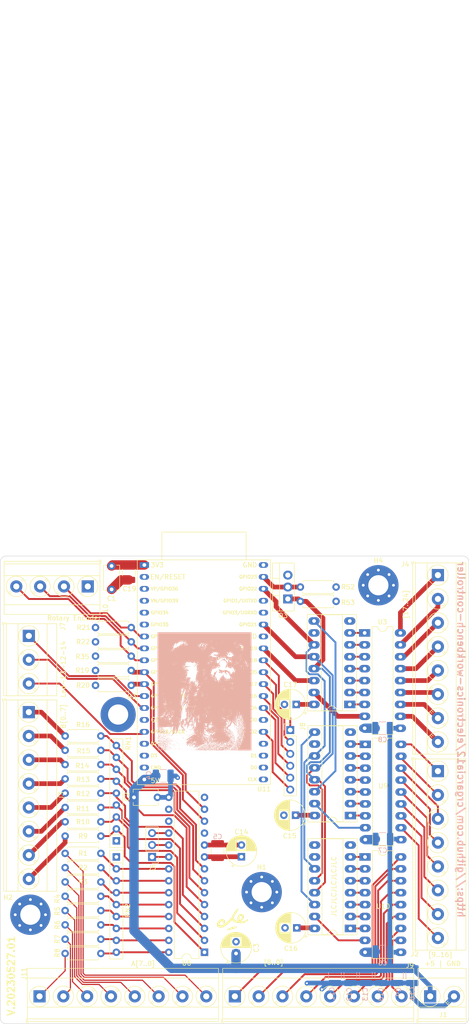
<source format=kicad_pcb>
(kicad_pcb (version 20221018) (generator pcbnew)
  (title_block (title "Workbench controller") (date "2023-05-27") (rev "V.20230527.01"))
  (layers (0 "F.Cu" signal) (1 "In1.Cu" signal) (2 "In2.Cu" signal) (31 "B.Cu" signal) (34 "B.Paste" user) (35 "F.Paste" user) (36 "B.SilkS" user "B.Silkscreen") (37 "F.SilkS" user "F.Silkscreen") (38 "B.Mask" user) (39 "F.Mask" user) (44 "Edge.Cuts" user))
  (net 0 "")
  (net 1 "+3.3V")
  (net 2 "GND")
  (net 5 "Net-(J2-Pin_1)")
  (net 6 "Net-(J2-Pin_2)")
  (net 7 "Net-(J2-Pin_3)")
  (net 8 "Net-(J2-Pin_4)")
  (net 9 "Net-(J2-Pin_5)")
  (net 10 "Net-(J2-Pin_6)")
  (net 11 "Net-(J2-Pin_7)")
  (net 12 "Net-(J2-Pin_8)")
  (net 13 "Net-(J4-Pin_1)")
  (net 14 "Net-(J4-Pin_2)")
  (net 15 "Net-(J4-Pin_3)")
  (net 16 "Net-(J4-Pin_4)")
  (net 17 "Net-(J4-Pin_5)")
  (net 18 "Net-(J4-Pin_6)")
  (net 19 "Net-(J4-Pin_7)")
  (net 20 "Net-(J4-Pin_8)")
  (net 21 "+5V")
  (net 22 "Net-(U2-QH')")
  (net 23 "Net-(J9-Pin_1)")
  (net 24 "Net-(J9-Pin_2)")
  (net 25 "Net-(J9-Pin_3)")
  (net 26 "Net-(J9-Pin_4)")
  (net 27 "Net-(J9-Pin_5)")
  (net 28 "Net-(J9-Pin_6)")
  (net 29 "Net-(J9-Pin_7)")
  (net 30 "Net-(J9-Pin_8)")
  (net 31 "/Chan2")
  (net 32 "/Chan3")
  (net 33 "/Chan4")
  (net 34 "/Chan5")
  (net 35 "/Chan6")
  (net 36 "/Chan7")
  (net 37 "/Chan8")
  (net 38 "/Chan1")
  (net 39 "/Chan18")
  (net 40 "/Chan20")
  (net 41 "/Chan21")
  (net 42 "/Chan22")
  (net 43 "/Chan23")
  (net 44 "/Chan24")
  (net 46 "Net-(U4-SER)")
  (net 47 "/Chan17")
  (net 48 "/Chan10")
  (net 49 "/Chan11")
  (net 50 "/Chan12")
  (net 51 "/Chan13")
  (net 52 "/Chan14")
  (net 53 "/Chan15")
  (net 54 "/Chan16")
  (net 55 "/Chan9")
  (net 56 "Net-(J10-Pin_3)")
  (net 57 "/Chan19")
  (net 58 "Net-(J11-Pin_1)")
  (net 59 "Net-(J11-Pin_3)")
  (net 60 "Net-(J11-Pin_4)")
  (net 61 "Net-(J11-Pin_5)")
  (net 62 "Net-(J11-Pin_6)")
  (net 63 "Net-(J11-Pin_7)")
  (net 64 "Net-(J11-Pin_8)")
  (net 65 "Net-(Q3-D)")
  (net 66 "Net-(Q3-G)")
  (net 67 "Net-(RN2-R1)")
  (net 68 "Net-(U11-GPIO19)")
  (net 81 "Net-(J11-Pin_2)")
  (net 82 "Net-(RN2-R6)")
  (net 83 "Net-(RN2-R7)")
  (net 84 "Net-(RN2-R8)")
  (net 85 "Net-(RN1-R1)")
  (net 86 "Net-(RN1-R2)")
  (net 87 "Net-(RN1-R3)")
  (net 88 "Net-(RN1-R4)")
  (net 89 "Net-(RN1-R5)")
  (net 90 "Net-(RN2-R2)")
  (net 91 "Net-(RN2-R3)")
  (net 92 "Net-(RN2-R4)")
  (net 93 "Net-(RN2-R5)")
  (net 94 "Net-(RN1-R8)")
  (net 95 "Net-(RN1-R7)")
  (net 96 "Net-(RN1-R6)")
  (net 97 "Net-(J3-Pin_8)")
  (net 98 "Net-(J3-Pin_7)")
  (net 99 "Net-(J3-Pin_6)")
  (net 100 "Net-(J3-Pin_5)")
  (net 101 "Net-(J3-Pin_4)")
  (net 102 "Net-(J3-Pin_3)")
  (net 103 "Net-(J3-Pin_2)")
  (net 104 "Net-(J3-Pin_1)")
  (net 105 "Net-(J5-Pin_1)")
  (net 106 "Net-(J5-Pin_2)")
  (net 107 "Net-(J5-Pin_3)")
  (net 108 "Net-(U11-DAC_2{slash}ADC2_CH9{slash}GPIO26)")
  (net 109 "Net-(U11-ADC2_CH7{slash}GPIO27)")
  (net 110 "Net-(J10-Pin_2)")
  (net 111 "Net-(J8-Pin_1)")
  (net 112 "Net-(J8-Pin_2)")
  (net 113 "Net-(J8-Pin_3)")
  (net 114 "Net-(J8-Pin_4)")
  (net 115 "Net-(J8-Pin_5)")
  (net 116 "Net-(J8-Pin_6)")
  (net 122 "Net-(U11-GPIO22)")
  (net 123 "Net-(U11-GPIO21)")
  (net 124 "Net-(J10-Pin_4)")
  (net 125 "Net-(J7-Pin_3)")
  (net 126 "Net-(J7-Pin_2)")
  (net 127 "Net-(J7-Pin_1)")
  (footprint "Resistor_THT:R_Axial_DIN0207_L6.3mm_D2.5mm_P7.62mm_Horizontal" (layer "F.Cu") (at 165.989 54.737 180)
    (fp_text reference "R53")
    (fp_text value "10k")
  )
  (footprint "Resistor_THT:R_Axial_DIN0207_L6.3mm_D2.5mm_P7.62mm_Horizontal" (layer "F.Cu") (at 115.824 108.458 180)
    (fp_text reference "R1")
    (fp_text value "R")
  )
  (footprint "Resistor_THT:R_Axial_DIN0207_L6.3mm_D2.5mm_P7.62mm_Horizontal" (layer "F.Cu") (at 158.369 51.689)
    (fp_text reference "R52")
    (fp_text value "10k")
  )
  (footprint "Resistor_THT:R_Axial_DIN0207_L6.3mm_D2.5mm_P7.62mm_Horizontal" (layer "F.Cu") (at 114.681 69.469)
    (fp_text reference "R19")
    (fp_text value "10kΩ")
  )
  (footprint "Package_DIP:DIP-18_W7.62mm_LongPads" (layer "F.Cu") (at 172.159 109.22)
    (fp_text reference "U10")
    (fp_text value "ULN2803A")
  )
  (footprint "Resistor_THT:R_Axial_DIN0207_L6.3mm_D2.5mm_P7.62mm_Horizontal" (layer "F.Cu") (at 115.824 111.506 180)
    (fp_text reference "R2")
    (fp_text value "R")
  )
  (footprint "Resistor_THT:R_Axial_DIN0207_L6.3mm_D2.5mm_P7.62mm_Horizontal" (layer "F.Cu") (at 114.681 72.644)
    (fp_text reference "R20")
    (fp_text value "10kΩ")
  )
  (footprint "Package_DIP:DIP-16_W7.62mm_Socket_LongPads" (layer "F.Cu") (at 169.037 124.46 180)
    (fp_text reference "U4" hide)
    (fp_text value "74HC595" hide)
  )
  (footprint "Capacitor_SMD:C_1210_3225Metric_Pad1.33x2.70mm_HandSolder" (layer "F.Cu") (at 140.716 107.8615 90)
    (fp_text reference "C5")
    (fp_text value "C")
  )
  (footprint "Capacitor_THT:CP_Radial_D6.3mm_P2.50mm" (layer "F.Cu") (at 157.607 124.333 180)
    (fp_text reference "C16")
    (fp_text value "10uF")
  )
  (footprint "Package_DIP:DIP-16_W7.62mm_Socket_LongPads" (layer "F.Cu") (at 168.91 76.708 180)
    (fp_text reference "U2" hide)
    (fp_text value "74HC595" hide)
  )
  (footprint "Package_DIP:DIP-28_W7.62mm" (layer "F.Cu") (at 137.922 129.54 180)
    (fp_text reference "U6")
    (fp_text value "MCP23017_SP")
  )
  (footprint "TerminalBlock_Phoenix:TerminalBlock_Phoenix_MKDS-3-8-5.08_1x08_P5.08mm_Horizontal" (layer "F.Cu") (at 187.706 90.932 -90)
    (fp_text reference "J2")
    (fp_text value "[9..16]")
  )
  (footprint "TerminalBlock_Phoenix:TerminalBlock_Phoenix_MKDS-3-8-5.08_1x08_P5.08mm_Horizontal" (layer "F.Cu") (at 100.457 78.359 -90)
    (fp_text reference "J3")
    (fp_text value "B[0..7]")
  )
  (footprint "MountingHole:MountingHole_4.3mm_M4_Pad_Via" (layer "F.Cu") (at 175.006 51.308)
    (fp_text reference "H4")
    (fp_text value "MountingHole")
  )
  (footprint "Connector_PinHeader_2.54mm:PinHeader_1x03_P2.54mm_Vertical" (layer "F.Cu") (at 126.746 109.22 180)
    (fp_text reference "J5")
    (fp_text value "Conn_01x03_Socket")
  )
  (footprint "Capacitor_THT:CP_Radial_D6.3mm_P2.50mm" (layer "F.Cu") (at 157.48 76.708 180)
    (fp_text reference "C17")
    (fp_text value "10uF")
  )
  (footprint "Esp:ESP32-DevKitC" (layer "F.Cu") (at 125.095 46.99)
    (fp_text reference "U11")
    (fp_text value "ESP32-DevKitC")
  )
  (footprint "MountingHole:MountingHole_4.3mm_M4_Pad_Via" (layer "F.Cu") (at 100.788 121.539)
    (fp_text reference "H2")
    (fp_text value "MountingHole")
  )
  (footprint "Resistor_THT:R_Axial_DIN0207_L6.3mm_D2.5mm_P7.62mm_Horizontal" (layer "F.Cu") (at 115.824 123.698 180)
    (fp_text reference "R6")
    (fp_text value "R")
  )
  (footprint "MountingHole:MountingHole_4.3mm_M4_DIN965_Pad" (layer "F.Cu") (at 119.507 78.867)
    (fp_text reference "H3")
    (fp_text value "MountingHole")
  )
  (footprint "Capacitor_THT:C_Disc_D5.1mm_W3.2mm_P5.00mm" (layer "F.Cu") (at 122.889 96.52)
    (fp_text reference "C2")
    (fp_text value "C")
  )
  (footprint "TerminalBlock_Phoenix:TerminalBlock_Phoenix_MKDS-3-8-5.08_1x08_P5.08mm_Horizontal" (layer "F.Cu") (at 187.706 49.149 -90)
    (fp_text reference "J4")
    (fp_text value "[17..24]")
  )
  (footprint "Resistor_THT:R_Axial_DIN0207_L6.3mm_D2.5mm_P7.62mm_Horizontal" (layer "F.Cu") (at 115.824 104.775 180)
    (fp_text reference "R9")
    (fp_text value "R")
  )
  (footprint "Resistor_THT:R_Axial_DIN0207_L6.3mm_D2.5mm_P7.62mm_Horizontal" (layer "F.Cu") (at 115.824 92.583 180)
    (fp_text reference "R13")
    (fp_text value "R")
  )
  (footprint "Capacitor_SMD:C_1210_3225Metric_Pad1.33x2.70mm_HandSolder" (layer "F.Cu") (at 121.793 48.6025 -90)
    (fp_text reference "C19")
    (fp_text value "C")
  )
  (footprint "Resistor_THT:R_Axial_DIN0207_L6.3mm_D2.5mm_P7.62mm_Horizontal" (layer "F.Cu") (at 115.824 114.554 180)
    (fp_text reference "R3")
    (fp_text value "R")
  )
  (footprint "Resistor_THT:R_Axial_DIN0207_L6.3mm_D2.5mm_P7.62mm_Horizontal" (layer "F.Cu") (at 114.681 63.373)
    (fp_text reference "R22")
    (fp_text value "10k")
  )
  (footprint "Capacitor_THT:CP_Radial_D6.3mm_P2.50mm" (layer "F.Cu") (at 145.796 109.18 90)
    (fp_text reference "C14")
    (fp_text value "10uF")
  )
  (footprint "Resistor_THT:R_Axial_DIN0207_L6.3mm_D2.5mm_P7.62mm_Horizontal" (layer "F.Cu") (at 115.824 95.631 180)
    (fp_text reference "R12")
    (fp_text value "R")
  )
  (footprint "Package_DIP:DIP-16_W7.62mm_Socket_LongPads" (layer "F.Cu") (at 169.037 100.394 180)
    (fp_text reference "U7" hide)
    (fp_text value "74HC595" hide)
  )
  (footprint "Resistor_THT:R_Axial_DIN0207_L6.3mm_D2.5mm_P7.62mm_Horizontal" (layer "F.Cu") (at 115.824 126.746 180)
    (fp_text reference "R7")
    (fp_text value "R")
  )
  (footprint "Package_TO_SOT_THT:TO-220-3_Vertical" (layer "F.Cu") (at 155.702 54.229 90)
    (fp_text reference "Q3")
    (fp_text value "IRL520")
  )
  (footprint "TerminalBlock_Phoenix:TerminalBlock_Phoenix_MKDS-3-8-5.08_1x08_P5.08mm_Horizontal" (layer "F.Cu") (at 144.399 138.938)
    (fp_text reference "J9")
    (fp_text value "[8..0]")
  )
  (footprint "Package_DIP:DIP-18_W7.62mm_LongPads" (layer "F.Cu") (at 172.085 61.468)
    (fp_text reference "U3")
    (fp_text value "ULN2803A")
  )
  (footprint "Resistor_THT:R_Axial_DIN0207_L6.3mm_D2.5mm_P7.62mm_Horizontal" (layer "F.Cu") (at 115.824 83.439 180)
    (fp_text reference "R16")
    (fp_text value "R")
  )
  (footprint "icons:che" (layer "F.Cu") (at 143.891 122.555)
    (fp_text reference "G***" hide)
    (fp_text value "LOGO" hide)
  )
  (footprint "Resistor_THT:R_Axial_DIN0207_L6.3mm_D2.5mm_P7.62mm_Horizontal" (layer "F.Cu") (at 115.824 98.679 180)
    (fp_text reference "R11")
    (fp_text value "R")
  )
  (footprint "TerminalBlock_Phoenix:TerminalBlock_Phoenix_MKDS-3-8-5.08_1x08_P5.08mm_Horizontal" (layer "F.Cu") (at 102.743 138.938)
    (fp_text reference "J11")
    (fp_text value "A[7..0]")
  )
  (footprint "MountingHole:MountingHole_4.3mm_M4_Pad_Via" (layer "F.Cu") (at 150.1196 116.7186)
    (fp_text reference "H1")
    (fp_text value "MountingHole")
  )
  (footprint "Resistor_THT:R_Axial_DIN0207_L6.3mm_D2.5mm_P7.62mm_Horizontal" (layer "F.Cu") (at 114.681 66.421)
    (fp_text reference "R35")
    (fp_text value "10k")
  )
  (footprint "TerminalBlock_Phoenix:TerminalBlock_Phoenix_MKDS-3-3-5.08_1x03_P5.08mm_Horizontal" (layer "F.Cu") (at 100.457 62.103 -90)
    (fp_text reference "J7")
    (fp_text value "Led-13-12-14")
  )
  (footprint "Resistor_THT:R_Axial_DIN0207_L6.3mm_D2.5mm_P7.62mm_Horizontal" (layer "F.Cu") (at 115.824 117.602 180)
    (fp_text reference "R4")
    (fp_text value "R")
  )
  (footprint "Capacitor_THT:CP_Radial_D6.3mm_P2.50mm" (layer "F.Cu") (at 144.653 129.794 90)
    (fp_text reference "C3")
    (fp_text value "10uF")
  )
  (footprint "Resistor_THT:R_Axial_DIN0207_L6.3mm_D2.5mm_P7.62mm_Horizontal" (layer "F.Cu") (at 114.681 60.325)
    (fp_text reference "R21")
    (fp_text value "10k")
  )
  (footprint "Package_DIP:DIP-18_W7.62mm_LongPads" (layer "F.Cu") (at 172.212 85.217)
    (fp_text reference "U9")
    (fp_text value "ULN2803A")
  )
  (footprint "Capacitor_THT:C_Disc_D5.1mm_W3.2mm_P5.00mm" (layer "F.Cu") (at 118.11 47.197 -90)
    (fp_text reference "C1")
    (fp_text value "C")
  )
  (footprint "Resistor_THT:R_Axial_DIN0207_L6.3mm_D2.5mm_P7.62mm_Horizontal" (layer "F.Cu") (at 115.824 101.727 180)
    (fp_text reference "R10")
    (fp_text value "R")
  )
  (footprint "Resistor_THT:R_Axial_DIN0207_L6.3mm_D2.5mm_P7.62mm_Horizontal" (layer "F.Cu") (at 115.824 120.65 180)
    (fp_text reference "R5")
    (fp_text value "R")
  )
  (footprint "TerminalBlock_Phoenix:TerminalBlock_Phoenix_MKDS-3-4-5.08_1x04_P5.08mm_Horizontal" (layer "F.Cu") (at 113.03 51.562 180)
    (fp_text reference "J10")
    (fp_text value "Rotary Encoder")
  )
  (footprint "Resistor_THT:R_Axial_DIN0207_L6.3mm_D2.5mm_P7.62mm_Horizontal" (layer "F.Cu") (at 115.824 86.487 180)
    (fp_text reference "R15")
    (fp_text value "R")
  )
  (footprint "Resistor_THT:R_Axial_DIN0207_L6.3mm_D2.5mm_P7.62mm_Horizontal" (layer "F.Cu") (at 115.824 89.535 180)
    (fp_text reference "R14")
    (fp_text value "R")
  )
  (footprint "TerminalBlock_Phoenix:TerminalBlock_Phoenix_MKDS-3-2-5.08_1x02_P5.08mm_Horizontal" (layer "F.Cu") (at 186.055 138.938)
    (fp_text reference "J1")
    (fp_text value "+5 | GND")
  )
  (footprint "Connector_PinHeader_2.54mm:PinHeader_1x06_P2.54mm_Vertical" (layer "F.Cu") (at 156.21 82.169)
    (fp_text reference "J8")
    (fp_text value "Conn_01x06_Socket")
  )
  (footprint "Resistor_THT:R_Array_SIP9" (layer "F.Cu") (at 119.126 105.791 90)
    (fp_text reference "RN1")
    (fp_text value "R_Network08")
  )
  (footprint "Resistor_THT:R_Array_SIP9" (layer "F.Cu") (at 119.126 109.22 -90)
    (fp_text reference "RN2")
    (fp_text value "R_Network08")
  )
  (footprint "Resistor_THT:R_Axial_DIN0207_L6.3mm_D2.5mm_P7.62mm_Horizontal" (layer "F.Cu") (at 115.824 129.794 180)
    (fp_text reference "R8")
    (fp_text value "R" hide)
  )
  (footprint "Capacitor_THT:CP_Radial_D6.3mm_P2.50mm" (layer "F.Cu") (at 157.353 100.33 180)
    (fp_text reference "C15")
    (fp_text value "10uF")
  )
  (footprint "Capacitor_SMD:C_1210_3225Metric_Pad1.33x2.70mm_HandSolder" (layer "B.Cu") (at 175.641 134.5315 -90)
    (fp_text reference "C18")
    (fp_text value "C")
  )
  (footprint "Capacitor_SMD:C_1210_3225Metric_Pad1.33x2.70mm_HandSolder" (layer "B.Cu") (at 172.339 134.5315 -90)
    (fp_text reference "C13")
    (fp_text value "C")
  )
  (footprint "Capacitor_SMD:C_1210_3225Metric_Pad1.33x2.70mm_HandSolder" (layer "B.Cu") (at 129.1205 91.948)
    (fp_text reference "C4")
    (fp_text value "C")
  )
  (footprint "Capacitor_SMD:C_1210_3225Metric_Pad1.33x2.70mm_HandSolder" (layer "B.Cu") (at 165.735 134.5315 -90)
    (fp_text reference "C11")
    (fp_text value "C")
  )
  (footprint "Capacitor_SMD:C_1210_3225Metric_Pad1.33x2.70mm_HandSolder" (layer "B.Cu") (at 169.037 134.5315 -90)
    (fp_text reference "C12")
    (fp_text value "C")
  )
  (footprint "Capacitor_SMD:C_1210_3225Metric_Pad1.33x2.70mm_HandSolder" (layer "B.Cu") (at 182.245 134.5315 -90)
    (fp_text reference "C10")
    (fp_text value "C")
  )
  (footprint "icons:depsi" (layer "B.Cu") (at 137.922 73.914 180)
    (fp_text reference "G***")
    (fp_text value "LOGO" hide)
  )
  (footprint "Capacitor_SMD:C_1210_3225Metric_Pad1.33x2.70mm_HandSolder" (layer "B.Cu") (at 178.943 134.5315 -90)
    (fp_text reference "C9")
    (fp_text value "C")
  )
  (footprint "Capacitor_SMD:C_1210_3225Metric_Pad1.33x2.70mm_HandSolder" (layer "B.Cu") (at 175.895 81.788)
    (fp_text reference "C8")
    (fp_text value "C")
  )
  (footprint "Capacitor_SMD:C_1210_3225Metric_Pad1.33x2.70mm_HandSolder" (layer "B.Cu") (at 175.9335 129.413)
    (fp_text reference "C6")
    (fp_text value "C")
  )
  (footprint "Capacitor_SMD:C_1210_3225Metric_Pad1.33x2.70mm_HandSolder" (layer "B.Cu") (at 175.9335 105.41)
    (fp_text reference "C7")
    (fp_text value "C")
  )
  (gr_line (start 95.631 144.78) (end 193.04 144.78) (stroke (width 0.1)) (layer "Edge.Cuts"))
  (gr_line (start 194.056 44.958) (end 194.056 44.958) (stroke (width 0.1)) (layer "Edge.Cuts"))
  (gr_arc (start 193.04 45.085) (mid 193.938026 45.456974) (end 194.31 46.355) (stroke (width 0.1)) (layer "Edge.Cuts"))
  (gr_line (start 194.31 143.51) (end 194.31 46.355) (stroke (width 0.1)) (layer "Edge.Cuts"))
  (gr_arc (start 194.31 143.51) (mid 193.938026 144.408026) (end 193.04 144.78) (stroke (width 0.1)) (layer "Edge.Cuts"))
  (gr_line (start 94.361 46.355) (end 94.361 143.51) (stroke (width 0.1)) (layer "Edge.Cuts"))
  (gr_arc (start 94.361 46.355) (mid 94.732974 45.456974) (end 95.631 45.085) (stroke (width 0.1)) (layer "Edge.Cuts"))
  (gr_arc (start 95.631 144.78) (mid 94.732974 144.408026) (end 94.361 143.51) (stroke (width 0.1)) (layer "Edge.Cuts"))
  (gr_line (start 95.631 45.085) (end 193.04 45.085) (stroke (width 0.1)) (layer "Edge.Cuts"))
  (gr_text "https://github.com/crgarcia12/electronics-workbench-controller" (at 191.77 122.301 -90) (layer "B.SilkS") (effects (font (size 1.5 1.5) (thickness 0.3) bold) (justify left bottom mirror)))
  (gr_text locked "V.20230527.01" (at 97.5868 143.256 90) (layer "F.SilkS") (effects (font (size 1.5 1.5) (thickness 0.3) bold) (justify left bottom)))
  (gr_text "JLCJLCJLCJLCJLC" (at 166.116 122.047 90) (layer "F.SilkS") (effects (font (size 1 1)) (justify left bottom)))
  (segment (start 161.353 100.33) (end 161.417 100.394) (width 1) (layer "F.Cu") (net 1))
  (segment (start 161.29 124.333) (end 161.417 124.46) (width 1) (layer "F.Cu") (net 1))
  (segment (start 137.962 109.18) (end 137.922 109.22) (width 1) (layer "F.Cu") (net 1))
  (segment (start 125.095 46.99) (end 118.317 46.99) (width 2) (layer "F.Cu") (net 1))
  (segment (start 157.48 76.708) (end 161.29 76.708) (width 1) (layer "F.Cu") (net 1))
  (segment (start 145.796 109.18) (end 137.962 109.18) (width 1) (layer "F.Cu") (net 1))
  (segment (start 157.607 124.333) (end 161.29 124.333) (width 1) (layer "F.Cu") (net 1))
  (segment (start 157.48 100.33) (end 161.353 100.33) (width 1) (layer "F.Cu") (net 1))
  (segment (start 118.317 46.99) (end 118.11 47.197) (width 2) (layer "F.Cu") (net 1))
  (segment (start 118.11 52.197) (end 120.142 50.165) (width 2) (layer "F.Cu") (net 2))
  (segment (start 120.142 50.165) (end 121.793 50.165) (width 2) (layer "F.Cu") (net 2))
  (segment (start 145.796 106.68) (end 137.922 106.68) (width 1) (layer "F.Cu") (net 2))
  (via (at 162.941 137.414) (size 0.8) (drill 0.4) (layers "F.Cu" "B.Cu") (net 2))
  (via (at 159.766 136.144) (size 0.8) (drill 0.4) (layers "F.Cu" "B.Cu") (net 2))
  (via (at 132.207 92.329) (size 0.8) (drill 0.4) (layers "F.Cu" "B.Cu") (net 2))
  (segment (start 182.245 139.128) (end 184.055 140.938) (width 1) (layer "B.Cu") (net 2))
  (segment (start 159.816 136.094) (end 159.766 136.144) (width 1) (layer "B.Cu") (net 2))
  (segment (start 165.735 136.094) (end 164.261 136.094) (width 1) (layer "B.Cu") (net 2))
  (segment (start 130.683 96.139) (end 130.302 96.52) (width 1) (layer "B.Cu") (net 2))
  (segment (start 127.889 96.52) (end 130.302 96.52) (width 1) (layer "B.Cu") (net 2))
  (segment (start 184.055 140.938) (end 189.135 140.938) (width 1) (layer "B.Cu") (net 2))
  (segment (start 174.244 129.54) (end 174.371 129.413) (width 2) (layer "B.Cu") (net 2))
  (segment (start 165.735 136.094) (end 159.816 136.094) (width 1) (layer "B.Cu") (net 2))
  (segment (start 172.159 129.54) (end 174.244 129.54) (width 2) (layer "B.Cu") (net 2))
  (segment (start 172.212 105.537) (end 174.244 105.537) (width 2) (layer "B.Cu") (net 2))
  (segment (start 182.245 136.094) (end 182.245 139.128) (width 1) (layer "B.Cu") (net 2))
  (segment (start 172.085 81.788) (end 174.332 81.788) (width 2) (layer "B.Cu") (net 2))
  (segment (start 130.683 91.948) (end 131.826 91.948) (width 1) (layer "B.Cu") (net 2))
  (segment (start 164.261 136.094) (end 162.941 137.414) (width 1) (layer "B.Cu") (net 2))
  (segment (start 174.244 105.537) (end 174.371 105.41) (width 2) (layer "B.Cu") (net 2))
  (segment (start 131.826 91.948) (end 132.207 92.329) (width 1) (layer "B.Cu") (net 2))
  (segment (start 130.683 91.948) (end 130.683 96.139) (width 1) (layer "B.Cu") (net 2))
  (segment (start 189.135 140.938) (end 191.135 138.938) (width 1) (layer "B.Cu") (net 2))
  (segment (start 174.332 81.788) (end 174.3325 81.788) (width 0.25) (layer "B.Cu") (net 2))
  (segment (start 182.245 136.094) (end 165.735 136.094) (width 1) (layer "B.Cu") (net 2))
  (segment (start 179.832 85.217) (end 181.991 85.217) (width 0.4) (layer "F.Cu") (net 5))
  (segment (start 181.991 85.217) (end 187.706 90.932) (width 0.4) (layer "F.Cu") (net 5))
  (segment (start 179.832 87.757) (end 179.832 88.138) (width 0.4) (layer "F.Cu") (net 6))
  (segment (start 179.832 88.138) (end 187.706 96.012) (width 0.4) (layer "F.Cu") (net 6))
  (segment (start 179.832 90.542164) (end 187.706 98.416164) (width 0.4) (layer "F.Cu") (net 7))
  (segment (start 187.706 98.416164) (end 187.706 101.092) (width 0.4) (layer "F.Cu") (net 7))
  (segment (start 179.832 90.297) (end 179.832 90.542164) (width 0.4) (layer "F.Cu") (net 7))
  (segment (start 179.832 92.837) (end 186.006 99.011) (width 0.4) (layer "F.Cu") (net 8))
  (segment (start 186.006 99.011) (end 186.006 104.472) (width 0.4) (layer "F.Cu") (net 8))
  (segment (start 186.006 104.472) (end 187.706 106.172) (width 0.4) (layer "F.Cu") (net 8))
  (segment (start 185.406 100.951) (end 185.406 108.952) (width 0.4) (layer "F.Cu") (net 9))
  (segment (start 185.406 108.952) (end 187.706 111.252) (width 0.4) (layer "F.Cu") (net 9))
  (segment (start 179.832 95.377) (end 185.406 100.951) (width 0.4) (layer "F.Cu") (net 9))
  (segment (start 179.832 97.917) (end 184.806 102.891) (width 0.4) (layer "F.Cu") (net 10))
  (segment (start 184.806 102.891) (end 184.806 113.432) (width 0.4) (layer "F.Cu") (net 10))
  (segment (start 184.806 113.432) (end 187.706 116.332) (width 0.4) (layer "F.Cu") (net 10))
  (segment (start 184.206 104.831) (end 184.206 117.912) (width 0.4) (layer "F.Cu") (net 11))
  (segment (start 184.206 117.912) (end 187.706 121.412) (width 0.4) (layer "F.Cu") (net 11))
  (segment (start 179.832 100.457) (end 184.206 104.831) (width 0.4) (layer "F.Cu") (net 11))
  (segment (start 179.832 102.997) (end 183.606 106.771) (width 0.4) (layer "F.Cu") (net 12))
  (segment (start 183.606 122.392) (end 187.706 126.492) (width 0.4) (layer "F.Cu") (net 12))
  (segment (start 183.606 106.771) (end 183.606 122.392) (width 0.4) (layer "F.Cu") (net 12))
  (segment (start 179.705 61.468) (end 179.705 57.15) (width 1) (layer "F.Cu") (net 13))
  (segment (start 179.705 57.15) (end 187.706 49.149) (width 1) (layer "F.Cu") (net 13))
  (segment (start 179.705 64.008) (end 187.706 56.007) (width 1) (layer "F.Cu") (net 14))
  (segment (start 187.706 56.007) (end 187.706 54.229) (width 1) (layer "F.Cu") (net 14))
  (segment (start 180.467 66.548) (end 187.706 59.309) (width 1) (layer "F.Cu") (net 15))
  (segment (start 179.705 66.548) (end 180.467 66.548) (width 1) (layer "F.Cu") (net 15))
  (segment (start 179.705 69.088) (end 183.007 69.088) (width 1) (layer "F.Cu") (net 16))
  (segment (start 183.007 69.088) (end 187.706 64.389) (width 1) (layer "F.Cu") (net 16))
  (segment (start 179.705 71.628) (end 185.547 71.628) (width 1) (layer "F.Cu") (net 17))
  (segment (start 185.547 71.628) (end 187.706 69.469) (width 1) (layer "F.Cu") (net 17))
  (segment (start 179.705 74.168) (end 187.325 74.168) (width 1) (layer "F.Cu") (net 18))
  (segment (start 187.325 74.168) (end 187.706 74.549) (width 1) (layer "F.Cu") (net 18))
  (segment (start 184.785 76.708) (end 187.706 79.629) (width 1) (layer "F.Cu") (net 19))
  (segment (start 179.705 76.708) (end 184.785 76.708) (width 1) (layer "F.Cu") (net 19))
  (segment (start 182.245 79.248) (end 187.706 84.709) (width 1) (layer "F.Cu") (net 20))
  (segment (start 179.705 79.248) (end 182.245 79.248) (width 1) (layer "F.Cu") (net 20))
  (segment (start 179.705 105.41) (end 179.832 105.537) (width 1) (layer "B.Cu") (net 21))
  (segment (start 177.496 132.919) (end 177.546 132.969) (width 1) (layer "B.Cu") (net 21))
  (segment (start 122.889 94.916) (end 122.889 96.52) (width 2) (layer "B.Cu") (net 21))
  (segment (start 165.735 132.969) (end 144.653 132.969) (width 2) (layer "B.Cu") (net 21))
  (segment (start 177.4575 129.3745) (end 177.4575 81.788) (width 1) (layer "B.Cu") (net 21))
  (segment (start 122.889 124.955428) (end 130.902572 132.969) (width 2) (layer "B.Cu") (net 21))
  (segment (start 177.496 129.413) (end 177.4575 129.3745) (width 1) (layer "B.Cu") (net 21))
  (segment (start 182.245 132.969) (end 177.546 132.969) (width 2) (layer "B.Cu") (net 21))
  (segment (start 182.245 132.969) (end 186.055 136.779) (width 1) (layer "B.Cu") (net 21))
  (segment (start 126.796 92.71) (end 127.558 91.948) (width 2) (layer "B.Cu") (net 21))
  (segment (start 177.623 129.54) (end 177.496 129.413) (width 0.25) (layer "B.Cu") (net 21))
  (segment (start 177.496 105.41) (end 179.705 105.41) (width 1) (layer "B.Cu") (net 21))
  (segment (start 177.496 129.413) (end 177.496 132.919) (width 1) (layer "B.Cu") (net 21))
  (segment (start 177.4575 81.788) (end 179.705 81.788) (width 1) (layer "B.Cu") (net 21))
  (segment (start 186.055 136.779) (end 186.055 138.938) (width 1) (layer "B.Cu") (net 21))
  (segment (start 144.653 132.969) (end 130.902572 132.969) (width 2) (layer "B.Cu") (net 21))
  (segment (start 122.889 101.981) (end 122.889 124.955428) (width 2) (layer "B.Cu") (net 21))
  (segment (start 125.095 92.71) (end 126.796 92.71) (width 2) (layer "B.Cu") (net 21))
  (segment (start 122.889 96.52) (end 122.889 101.981) (width 2) (layer "B.Cu") (net 21))
  (segment (start 125.095 92.71) (end 122.889 94.916) (width 2) (layer "B.Cu") (net 21))
  (segment (start 144.653 129.794) (end 144.653 132.969) (width 2) (layer "B.Cu") (net 21))
  (segment (start 177.546 132.969) (end 165.735 132.969) (width 2) (layer "B.Cu") (net 21))
  (segment (start 177.623 129.54) (end 179.779 129.54) (width 1) (layer "B.Cu") (net 21))
  (segment (start 165.862 63.5) (end 165.862 90.869) (width 0.4) (layer "B.Cu") (net 22))
  (segment (start 161.29 58.928) (end 165.862 63.5) (width 0.4) (layer "B.Cu") (net 22))
  (segment (start 165.862 90.869) (end 161.417 95.314) (width 0.4) (layer "B.Cu") (net 22))
  (segment (start 172.926 133.017) (end 150.32 133.017) (width 0.4) (layer "F.Cu") (net 23))
  (segment (start 173.759 115.24) (end 173.759 132.184) (width 0.4) (layer "F.Cu") (net 23))
  (segment (start 150.32 133.017) (end 144.399 138.938) (width 0.4) (layer "F.Cu") (net 23))
  (segment (start 173.759 132.184) (end 172.926 133.017) (width 0.4) (layer "F.Cu") (net 23))
  (segment (start 179.779 109.22) (end 173.759 115.24) (width 0.4) (layer "F.Cu") (net 23))
  (segment (start 174.359 115.488528) (end 178.087528 111.76) (width 0.4) (layer "F.Cu") (net 24))
  (segment (start 174.359 133.108) (end 173.85 133.617) (width 0.4) (layer "F.Cu") (net 24))
  (segment (start 154.8 133.617) (end 149.479 138.938) (width 0.4) (layer "F.Cu") (net 24))
  (segment (start 174.359 130.285584) (end 174.359 133.108) (width 0.4) (layer "F.Cu") (net 24))
  (segment (start 178.087528 111.76) (end 179.779 111.76) (width 0.4) (layer "F.Cu") (net 24))
  (segment (start 174.359 130.285584) (end 174.359 115.488528) (width 0.4) (layer "F.Cu") (net 24))
  (segment (start 173.85 133.617) (end 154.8 133.617) (width 0.4) (layer "F.Cu") (net 24))
  (segment (start 159.28 134.217) (end 154.559 138.938) (width 0.4) (layer "F.Cu") (net 25))
  (segment (start 174.959 133.778) (end 174.52 134.217) (width 0.4) (layer "F.Cu") (net 25))
  (segment (start 174.52 134.217) (end 159.28 134.217) (width 0.4) (layer "F.Cu") (net 25))
  (segment (start 177.038 114.3) (end 179.779 114.3) (width 0.4) (layer "F.Cu") (net 25))
  (segment (start 174.959 130.534112) (end 174.959 116.379) (width 0.4) (layer "F.Cu") (net 25))
  (segment (start 174.959 116.379) (end 177.038 114.3) (width 0.4) (layer "F.Cu") (net 25))
  (segment (start 174.959 130.534112) (end 174.959 133.778) (width 0.4) (layer "F.Cu") (net 25))
  (segment (start 175.230472 134.817) (end 163.76 134.817) (width 0.4) (layer "F.Cu") (net 26))
  (segment (start 177.419 116.84) (end 175.559 118.7) (width 0.4) (layer "F.Cu") (net 26))
  (segment (start 175.559 134.488472) (end 175.230472 134.817) (width 0.4) (layer "F.Cu") (net 26))
  (segment (start 175.559 118.7) (end 175.559 134.488472) (width 0.4) (layer "F.Cu") (net 26))
  (segment (start 163.76 134.817) (end 159.639 138.938) (width 0.4) (layer "F.Cu") (net 26))
  (segment (start 179.779 116.84) (end 177.419 116.84) (width 0.4) (layer "F.Cu") (net 26))
  (segment (start 168.24 135.417) (end 164.719 138.938) (width 0.4) (layer "F.Cu") (net 27))
  (segment (start 178.064 119.38) (end 176.159 121.285) (width 0.4) (layer "F.Cu") (net 27))
  (segment (start 176.159 134.737) (end 175.479 135.417) (width 0.4) (layer "F.Cu") (net 27))
  (segment (start 175.479 135.417) (end 168.24 135.417) (width 0.4) (layer "F.Cu") (net 27))
  (segment (start 179.779 119.38) (end 178.064 119.38) (width 0.4) (layer "F.Cu") (net 27))
  (segment (start 176.159 121.285) (end 176.159 134.737) (width 0.4) (layer "F.Cu") (net 27))
  (segment (start 176.099 136.017) (end 176.759 135.357) (width 0.4) (layer "F.Cu") (net 28))
  (segment (start 169.799 138.938) (end 172.72 136.017) (width 0.4) (layer "F.Cu") (net 28))
  (segment (start 176.759 135.357) (end 176.759 123.469) (width 0.4) (layer "F.Cu") (net 28))
  (segment (start 176.759 123.469) (end 178.308 121.92) (width 0.4) (layer "F.Cu") (net 28))
  (segment (start 172.72 136.017) (end 176.099 136.017) (width 0.4) (layer "F.Cu") (net 28))
  (segment (start 178.308 121.92) (end 179.779 121.92) (width 0.4) (layer "F.Cu") (net 28))
  (segment (start 179.779 124.46) (end 177.359 126.88) (width 0.4) (layer "F.Cu") (net 29))
  (segment (start 177.359 136.458) (end 174.879 138.938) (width 0.4) (layer "F.Cu") (net 29))
  (segment (start 177.359 126.88) (end 177.359 136.458) (width 0.4) (layer "F.Cu") (net 29))
  (segment (start 179.779 127) (end 178.179 127) (width 0.4) (layer "F.Cu") (net 30))
  (segment (start 177.959 127.22) (end 177.959 136.938) (width 0.4) (layer "F.Cu") (net 30))
  (segment (start 178.179 127) (end 177.959 127.22) (width 0.4) (layer "F.Cu") (net 30))
  (segment (start 177.959 136.938) (end 179.959 138.938) (width 0.4) (layer "F.Cu") (net 30))
  (segment (start 168.91 76.708) (end 172.085 76.708) (width 0.4) (layer "F.Cu") (net 31))
  (segment (start 168.91 74.168) (end 172.085 74.168) (width 0.4) (layer "F.Cu") (net 32))
  (segment (start 168.91 71.628) (end 172.085 71.628) (width 0.4) (layer "F.Cu") (net 33))
  (segment (start 168.91 69.088) (end 172.085 69.088) (width 0.4) (layer "F.Cu") (net 34))
  (segment (start 168.91 66.548) (end 172.085 66.548) (width 0.4) (layer "F.Cu") (net 35))
  (segment (start 168.91 64.008) (end 172.085 64.008) (width 0.4) (layer "F.Cu") (net 36))
  (segment (start 168.91 61.468) (end 172.085 61.468) (width 0.4) (layer "F.Cu") (net 37))
  (segment (start 166.37 79.248) (end 161.29 74.168) (width 1) (layer "F.Cu") (net 38))
  (segment (start 172.085 79.248) (end 166.37 79.248) (width 1) (layer "F.Cu") (net 38))
  (segment (start 169.037 124.46) (end 172.159 124.46) (width 0.4) (layer "F.Cu") (net 39))
  (segment (start 169.037 119.38) (end 172.159 119.38) (width 0.4) (layer "F.Cu") (net 40))
  (segment (start 169.037 116.84) (end 172.159 116.84) (width 0.4) (layer "F.Cu") (net 41))
  (segment (start 169.037 114.3) (end 172.159 114.3) (width 0.4) (layer "F.Cu") (net 42))
  (segment (start 169.037 111.76) (end 172.159 111.76) (width 0.4) (layer "F.Cu") (net 43))
  (segment (start 169.037 109.22) (end 172.159 109.22) (width 0.4) (layer "F.Cu") (net 44))
  (segment (start 158.617 116.58) (end 161.417 119.38) (width 0.4) (layer "B.Cu") (net 46))
  (segment (start 158.617 85.414) (end 158.617 116.58) (width 0.4) (layer "B.Cu") (net 46))
  (segment (start 161.417 82.614) (end 158.617 85.414) (width 0.4) (layer "B.Cu") (net 46))
  (segment (start 172.159 127) (end 166.497 127) (width 0.4) (layer "F.Cu") (net 47))
  (segment (start 166.497 127) (end 161.417 121.92) (width 0.4) (layer "F.Cu") (net 47))
  (segment (start 169.037 100.394) (end 172.149 100.394) (width 0.4) (layer "F.Cu") (net 48))
  (segment (start 172.149 100.394) (end 172.212 100.457) (width 0.4) (layer "F.Cu") (net 48))
  (segment (start 169.037 97.854) (end 172.149 97.854) (width 0.4) (layer "F.Cu") (net 49))
  (segment (start 172.149 97.854) (end 172.212 97.917) (width 0.4) (layer "F.Cu") (net 49))
  (segment (start 172.149 95.314) (end 172.212 95.377) (width 0.4) (layer "F.Cu") (net 50))
  (segment (start 169.037 95.314) (end 172.149 95.314) (width 0.4) (layer "F.Cu") (net 50))
  (segment (start 172.149 92.774) (end 172.212 92.837) (width 0.4) (layer "F.Cu") (net 51))
  (segment (start 169.037 92.774) (end 172.149 92.774) (width 0.4) (layer "F.Cu") (net 51))
  (segment (start 172.149 90.234) (end 172.212 90.297) (width 0.4) (layer "F.Cu") (net 52))
  (segment (start 169.037 90.234) (end 172.149 90.234) (width 0.4) (layer "F.Cu") (net 52))
  (segment (start 169.037 87.694) (end 172.149 87.694) (width 0.4) (layer "F.Cu") (net 53))
  (segment (start 172.149 87.694) (end 172.212 87.757) (width 0.4) (layer "F.Cu") (net 53))
  (segment (start 172.149 85.154) (end 172.212 85.217) (width 0.4) (layer "F.Cu") (net 54))
  (segment (start 169.037 85.154) (end 172.149 85.154) (width 0.4) (layer "F.Cu") (net 54))
  (segment (start 161.417 97.854) (end 166.56 102.997) (width 0.4) (layer "B.Cu") (net 55))
  (segment (start 166.56 102.997) (end 172.212 102.997) (width 0.4) (layer "B.Cu") (net 55))
  (segment (start 123.698 64.77) (end 122.301 63.373) (width 0.4) (layer "F.Cu") (net 56))
  (segment (start 102.87 51.562) (end 104.945264 53.637264) (width 0.4) (layer "F.Cu") (net 56))
  (segment (start 104.945264 53.637264) (end 109.176736 53.637264) (width 0.4) (layer "F.Cu") (net 56))
  (segment (start 113.416472 57.877) (end 116.805 57.877) (width 0.4) (layer "F.Cu") (net 56))
  (segment (start 125.095 64.77) (end 123.698 64.77) (width 0.4) (layer "F.Cu") (net 56))
  (segment (start 116.805 57.877) (end 122.301 63.373) (width 0.4) (layer "F.Cu") (net 56))
  (segment (start 109.176736 53.637264) (end 113.416472 57.877) (width 0.4) (layer "F.Cu") (net 56))
  (segment (start 169.037 121.92) (end 172.159 121.92) (width 0.4) (layer "F.Cu") (net 57))
  (segment (start 108.204 129.794) (end 108.204 133.477) (width 0.25) (layer "F.Cu") (net 58))
  (segment (start 108.204 133.477) (end 102.743 138.938) (width 0.25) (layer "F.Cu") (net 58))
  (segment (start 109.779 135.814) (end 112.903 138.938) (width 0.25) (layer "F.Cu") (net 59))
  (segment (start 108.204 123.698) (end 109.779 125.273) (width 0.25) (layer "F.Cu") (net 59))
  (segment (start 109.779 125.273) (end 109.779 135.814) (width 0.25) (layer "F.Cu") (net 59))
  (segment (start 111.887 136.398) (end 110.236 134.747) (width 0.25) (layer "F.Cu") (net 60))
  (segment (start 115.443 136.398) (end 111.887 136.398) (width 0.25) (layer "F.Cu") (net 60))
  (segment (start 110.236 134.747) (end 110.236 122.682) (width 0.25) (layer "F.Cu") (net 60))
  (segment (start 110.236 122.682) (end 108.204 120.65) (width 0.25) (layer "F.Cu") (net 60))
  (segment (start 117.983 138.938) (end 115.443 136.398) (width 0.25) (layer "F.Cu") (net 60))
  (segment (start 112.073396 135.948) (end 120.073 135.948) (width 0.25) (layer "F.Cu") (net 61))
  (segment (start 108.204 117.602) (end 110.686 120.084) (width 0.25) (layer "F.Cu") (net 61))
  (segment (start 120.073 135.948) (end 123.063 138.938) (width 0.25) (layer "F.Cu") (net 61))
  (segment (start 110.686 120.084) (end 110.686 134.560604) (width 0.25) (layer "F.Cu") (net 61))
  (segment (start 110.686 134.560604) (end 112.073396 135.948) (width 0.25) (layer "F.Cu") (net 61))
  (segment (start 111.136 117.486) (end 108.204 114.554) (width 0.25) (layer "F.Cu") (net 62))
  (segment (start 128.143 138.938) (end 124.703 135.498) (width 0.25) (layer "F.Cu") (net 62))
  (segment (start 124.703 135.498) (end 112.259792 135.498) (width 0.25) (layer "F.Cu") (net 62))
  (segment (start 111.136 134.374208) (end 111.136 117.486) (width 0.25) (layer "F.Cu") (net 62))
  (segment (start 112.259792 135.498) (end 111.136 134.374208) (width 0.25) (layer "F.Cu") (net 62))
  (segment (start 112.270094 134.871906) (end 129.156906 134.871906) (width 0.25) (layer "F.Cu") (net 63))
  (segment (start 111.586 114.888) (end 111.586 134.187812) (width 0.25) (layer "F.Cu") (net 63))
  (segment (start 111.586 134.187812) (end 112.270094 134.871906) (width 0.25) (layer "F.Cu") (net 63))
  (segment (start 129.156906 134.871906) (end 133.223 138.938) (width 0.25) (layer "F.Cu") (net 63))
  (segment (start 108.204 111.506) (end 111.586 114.888) (width 0.25) (layer "F.Cu") (net 63))
  (segment (start 112.036 112.29) (end 112.036 134.001416) (width 0.25) (layer "F.Cu") (net 64))
  (segment (start 112.036 134.001416) (end 112.45649 134.421906) (width 0.25) (layer "F.Cu") (net 64))
  (segment (start 133.786906 134.421906) (end 138.303 138.938) (width 0.25) (layer "F.Cu") (net 64))
  (segment (start 108.204 108.458) (end 112.036 112.29) (width 0.25) (layer "F.Cu") (net 64))
  (segment (start 112.45649 134.421906) (end 133.786906 134.421906) (width 0.25) (layer "F.Cu") (net 64))
  (segment (start 163.617 94.174) (end 163.617 114.64) (width 0.4) (layer "F.Cu") (net 65))
  (segment (start 159.62737 54.737) (end 163.19 58.29963) (width 1) (layer "F.Cu") (net 65))
  (segment (start 163.19 58.29963) (end 163.19 67.188) (width 1) (layer "F.Cu") (net 65))
  (segment (start 158.496 54.737) (end 159.62737 54.737) (width 1) (layer "F.Cu") (net 65))
  (segment (start 155.702 54.229) (end 157.988 54.229) (width 1) (layer "F.Cu") (net 65))
  (segment (start 157.988 54.229) (end 158.496 54.737) (width 1) (layer "F.Cu") (net 65))
  (segment (start 155.702 54.229) (end 157.861 54.229) (width 1) (layer "F.Cu") (net 65))
  (segment (start 161.417 92.774) (end 162.217 92.774) (width 0.4) (layer "F.Cu") (net 65))
  (segment (start 159.62737 54.737) (end 158.369 54.737) (width 1) (layer "F.Cu") (net 65))
  (segment (start 157.861 54.229) (end 158.369 54.737) (width 1) (layer "F.Cu") (net 65))
  (segment (start 162.217 92.774) (end 163.617 94.174) (width 0.4) (layer "F.Cu") (net 65))
  (segment (start 163.617 114.64) (end 161.417 116.84) (width 0.4) (layer "F.Cu") (net 65))
  (segment (start 163.19 67.188) (end 161.29 69.088) (width 1) (layer "F.Cu") (net 65))
  (segment (start 159.817 89.736944) (end 159.817 91.174) (width 0.4) (layer "B.Cu") (net 65))
  (segment (start 162.575472 89.027) (end 160.526944 89.027) (width 0.4) (layer "B.Cu") (net 65))
  (segment (start 161.29 69.088) (end 162.981472 69.088) (width 0.4) (layer "B.Cu") (net 65))
  (segment (start 159.817 91.174) (end 161.417 92.774) (width 0.4) (layer "B.Cu") (net 65))
  (segment (start 160.526944 89.027) (end 159.817 89.736944) (width 0.4) (layer "B.Cu") (net 65))
  (segment (start 164.662 70.768528) (end 164.662 86.940472) (width 0.4) (layer "B.Cu") (net 65))
  (segment (start 164.662 86.940472) (end 162.575472 89.027) (width 0.4) (layer "B.Cu") (net 65))
  (segment (start 162.981472 69.088) (end 164.662 70.768528) (width 0.4) (layer "B.Cu") (net 65))
  (segment (start 150.495 49.53) (end 152.654 51.689) (width 1) (layer "F.Cu") (net 66))
  (segment (start 152.654 51.689) (end 158.369 51.689) (width 1) (layer "F.Cu") (net 66))
  (segment (start 119.126 111.76) (end 130.302 111.76) (width 0.4) (layer "F.Cu") (net 67))
  (segment (start 115.824 108.458) (end 119.126 111.76) (width 0.4) (layer "F.Cu") (net 67))
  (segment (start 157.353 71.628) (end 150.495 64.77) (width 1) (layer "F.Cu") (net 68))
  (segment (start 161.29 71.628) (end 157.353 71.628) (width 1) (layer "F.Cu") (net 68))
  (segment (start 109.329 137.432) (end 107.823 138.938) (width 0.25) (layer "F.Cu") (net 81))
  (segment (start 109.329 127.871) (end 109.329 137.432) (width 0.25) (layer "F.Cu") (net 81))
  (segment (start 108.204 126.746) (end 109.329 127.871) (width 0.25) (layer "F.Cu") (net 81))
  (segment (start 118.364 123.698) (end 119.126 124.46) (width 0.4) (layer "F.Cu") (net 82))
  (segment (start 119.126 124.46) (end 130.302 124.46) (width 0.4) (layer "F.Cu") (net 82))
  (segment (start 115.824 123.698) (end 118.364 123.698) (width 0.4) (layer "F.Cu") (net 82))
  (segment (start 115.824 126.746) (end 118.872 126.746) (width 0.4) (layer "F.Cu") (net 83))
  (segment (start 119.126 127) (end 130.302 127) (width 0.4) (layer "F.Cu") (net 83))
  (segment (start 118.872 126.746) (end 119.126 127) (width 0.4) (layer "F.Cu") (net 83))
  (segment (start 118.872 129.794) (end 119.126 129.54) (width 0.4) (layer "F.Cu") (net 84))
  (segment (start 115.824 129.794) (end 118.872 129.794) (width 0.4) (layer "F.Cu") (net 84))
  (segment (start 119.126 129.54) (end 130.302 129.54) (width 0.4) (layer "F.Cu") (net 84))
  (segment (start 115.824 104.775) (end 117.602 104.775) (width 0.4) (layer "F.Cu") (net 85))
  (segment (start 131.502 111.263) (end 130.729 110.49) (width 0.4) (layer "F.Cu") (net 85))
  (segment (start 137.922 129.54) (end 131.502 123.12) (width 0.4) (layer "F.Cu") (net 85))
  (segment (start 130.729 110.49) (end 122.301 110.49) (width 0.4) (layer "F.Cu") (net 85))
  (segment (start 120.904 109.093) (end 120.904 105.029) (width 0.4) (layer "F.Cu") (net 85))
  (segment (start 120.904 105.029) (end 119.126 103.251) (width 0.4) (layer "F.Cu") (net 85))
  (segment (start 117.602 104.775) (end 119.126 103.251) (width 0.4) (layer "F.Cu") (net 85))
  (segment (start 131.502 123.12) (end 131.502 111.263) (width 0.4) (layer "F.Cu") (net 85))
  (segment (start 122.301 110.49) (end 120.904 109.093) (width 0.4) (layer "F.Cu") (net 85))
  (segment (start 119.126 100.711) (end 121.539 103.124) (width 0.4) (layer "F.Cu") (net 86))
  (segment (start 121.539 103.124) (end 121.539 107.061) (width 0.4) (layer "F.Cu") (net 86))
  (segment (start 118.11 101.727) (end 119.126 100.711) (width 0.4) (layer "F.Cu") (net 86))
  (segment (start 132.102 109.323) (end 132.102 121.18) (width 0.4) (layer "F.Cu") (net 86))
  (segment (start 130.709 107.93) (end 132.102 109.323) (width 0.4) (layer "F.Cu") (net 86))
  (segment (start 132.102 121.18) (end 137.922 127) (width 0.4) (layer "F.Cu") (net 86))
  (segment (start 121.539 107.061) (end 122.408 107.93) (width 0.4) (layer "F.Cu") (net 86))
  (segment (start 122.408 107.93) (end 130.709 107.93) (width 0.4) (layer "F.Cu") (net 86))
  (segment (start 115.824 101.727) (end 118.11 101.727) (width 0.4) (layer "F.Cu") (net 86))
  (segment (start 118.618 98.679) (end 119.126 98.171) (width 0.4) (layer "F.Cu") (net 87))
  (segment (start 137.922 124.46) (end 132.702 119.24) (width 0.4) (layer "F.Cu") (net 87))
  (segment (start 115.824 98.679) (end 118.618 98.679) (width 0.4) (layer "F.Cu") (net 87))
  (segment (start 130.729 105.41) (end 123.317 105.41) (width 0.4) (layer "F.Cu") (net 87))
  (segment (start 132.702 119.24) (end 132.702 107.383) (width 0.4) (layer "F.Cu") (net 87))
  (segment (start 132.702 107.383) (end 130.729 105.41) (width 0.4) (layer "F.Cu") (net 87))
  (segment (start 120.396 101.092) (end 120.396 99.441) (width 0.4) (layer "F.Cu") (net 87))
  (segment (start 123.317 105.41) (end 122.139 104.232) (width 0.4) (layer "F.Cu") (net 87))
  (segment (start 122.139 102.835) (end 120.396 101.092) (width 0.4) (layer "F.Cu") (net 87))
  (segment (start 120.396 99.441) (end 119.126 98.171) (width 0.4) (layer "F.Cu") (net 87))
  (segment (start 122.139 104.232) (end 122.139 102.835) (width 0.4) (layer "F.Cu") (net 87))
  (segment (start 115.824 95.631) (end 119.126 95.631) (width 0.4) (layer "F.Cu") (net 88))
  (segment (start 130.799 102.8) (end 122.993 102.8) (width 0.4) (layer "F.Cu") (net 88))
  (segment (start 119.126 96.4739) (end 119.126 95.631) (width 0.4) (layer "F.Cu") (net 88))
  (segment (start 122.993 102.8) (end 120.996 100.803) (width 0.4) (layer "F.Cu") (net 88))
  (segment (start 133.302 105.303) (end 130.799 102.8) (width 0.4) (layer "F.Cu") (net 88))
  (segment (start 137.922 121.92) (end 133.302 117.3) (width 0.4) (layer "F.Cu") (net 88))
  (segment (start 133.302 117.3) (end 133.302 105.303) (width 0.4) (layer "F.Cu") (net 88))
  (segment (start 120.996 100.803) (end 120.996 98.3439) (width 0.4) (layer "F.Cu") (net 88))
  (segment (start 120.996 98.3439) (end 119.126 96.4739) (width 0.4) (layer "F.Cu") (net 88))
  (segment (start 134.112 115.57) (end 134.112 102.997) (width 0.4) (layer "F.Cu") (net 89))
  (segment (start 137.922 119.38) (end 134.112 115.57) (width 0.4) (layer "F.Cu") (net 89))
  (segment (start 121.158 95.123) (end 119.126 93.091) (width 0.4) (layer "F.Cu") (net 89))
  (segment (start 118.618 92.583) (end 119.126 93.091) (width 0.4) (layer "F.Cu") (net 89))
  (segment (start 121.158 96.486057) (end 121.158 95.123) (width 0.4) (layer "F.Cu") (net 89))
  (segment (start 131.445 100.33) (end 125.001943 100.33) (width 0.4) (layer "F.Cu") (net 89))
  (segment (start 125.001943 100.33) (end 121.158 96.486057) (width 0.4) (layer "F.Cu") (net 89))
  (segment (start 115.824 92.583) (end 118.618 92.583) (width 0.4) (layer "F.Cu") (net 89))
  (segment (start 134.112 102.997) (end 131.445 100.33) (width 0.4) (layer "F.Cu") (net 89))
  (segment (start 119.126 114.3) (end 130.302 114.3) (width 0.4) (layer "F.Cu") (net 90))
  (segment (start 115.824 111.506) (end 118.618 114.3) (width 0.4) (layer "F.Cu") (net 90))
  (segment (start 118.618 114.3) (end 119.126 114.3) (width 0.4) (layer "F.Cu") (net 90))
  (segment (start 115.824 114.554) (end 118.11 116.84) (width 0.4) (layer "F.Cu") (net 91))
  (segment (start 119.126 116.84) (end 130.302 116.84) (width 0.4) (layer "F.Cu") (net 91))
  (segment (start 118.11 116.84) (end 119.126 116.84) (width 0.4) (layer "F.Cu") (net 91))
  (segment (start 119.126 119.38) (end 130.302 119.38) (width 0.4) (layer "F.Cu") (net 92))
  (segment (start 117.348 117.602) (end 119.126 119.38) (width 0.4) (layer "F.Cu") (net 92))
  (segment (start 115.824 117.602) (end 117.348 117.602) (width 0.4) (layer "F.Cu") (net 92))
  (segment (start 119.126 121.92) (end 130.302 121.92) (width 0.4) (layer "F.Cu") (net 93))
  (segment (start 117.856 120.65) (end 119.126 121.92) (width 0.4) (layer "F.Cu") (net 93))
  (segment (start 115.824 120.65) (end 117.856 120.65) (width 0.4) (layer "F.Cu") (net 93))
  (segment (start 131.826 93.784) (end 132.715 94.673) (width 0.4) (layer "F.Cu") (net 94))
  (segment (start 122.428 88.773) (end 122.428 92.964) (width 0.4) (layer "F.Cu") (net 94))
  (segment (start 132.715 98.951472) (end 136.109 102.345472) (width 0.4) (layer "F.Cu") (net 94))
  (segment (start 119.126 85.471) (end 122.428 88.773) (width 0.4) (layer "F.Cu") (net 94))
  (segment (start 117.094 83.439) (end 119.126 85.471) (width 0.4) (layer "F.Cu") (net 94))
  (segment (start 122.428 92.964) (end 123.248 93.784) (width 0.4) (layer "F.Cu") (net 94))
  (segment (start 136.109 109.947) (end 137.922 111.76) (width 0.4) (layer "F.Cu") (net 94))
  (segment (start 115.824 83.439) (end 117.094 83.439) (width 0.4) (layer "F.Cu") (net 94))
  (segment (start 136.109 102.345472) (end 136.109 109.947) (width 0.4) (layer "F.Cu") (net 94))
  (segment (start 123.248 93.784) (end 131.826 93.784) (width 0.4) (layer "F.Cu") (net 94))
  (segment (start 132.715 94.673) (end 132.715 98.951472) (width 0.4) (layer "F.Cu") (net 94))
  (segment (start 115.824 86.487) (end 117.602 86.487) (width 0.4) (layer "F.Cu") (net 95))
  (segment (start 122.809 94.384) (end 131.341 94.384) (width 0.4) (layer "F.Cu") (net 95))
  (segment (start 121.526 90.411) (end 121.526 93.101) (width 0.4) (layer "F.Cu") (net 95))
  (segment (start 117.602 86.487) (end 119.126 88.011) (width 0.4) (layer "F.Cu") (net 95))
  (segment (start 135.509 102.594) (end 135.509 111.887) (width 0.4) (layer "F.Cu") (net 95))
  (segment (start 121.526 93.101) (end 122.809 94.384) (width 0.4) (layer "F.Cu") (net 95))
  (segment (start 119.126 88.011) (end 121.526 90.411) (width 0.4) (layer "F.Cu") (net 95))
  (segment (start 132.102 99.187) (end 135.509 102.594) (width 0.4) (layer "F.Cu") (net 95))
  (segment (start 135.509 111.887) (end 137.922 114.3) (width 0.4) (layer "F.Cu") (net 95))
  (segment (start 132.102 95.145) (end 132.102 99.187) (width 0.4) (layer "F.Cu") (net 95))
  (segment (start 131.341 94.384) (end 132.102 95.145) (width 0.4) (layer "F.Cu") (net 95))
  (segment (start 134.712 113.63) (end 137.922 116.84) (width 0.4) (layer "F.Cu") (net 96))
  (segment (start 131.502 99.533) (end 134.712 102.743) (width 0.4) (layer "F.Cu") (net 96))
  (segment (start 120.926 92.351) (end 120.926 93.349528) (width 0.4) (layer "F.Cu") (net 96))
  (segment (start 122.560472 94.984) (end 131.092472 94.984) (width 0.4) (layer "F.Cu") (net 96))
  (segment (start 119.126 90.551) (end 120.926 92.351) (width 0.4) (layer "F.Cu") (net 96))
  (segment (start 131.502 95.393528) (end 131.502 99.533) (width 0.4) (layer "F.Cu") (net 96))
  (segment (start 115.824 89.535) (end 118.11 89.535) (width 0.4) (layer "F.Cu") (net 96))
  (segment (start 134.712 102.743) (end 134.712 113.63) (width 0.4) (layer "F.Cu") (net 96))
  (segment (start 131.092472 94.984) (end 131.502 95.393528) (width 0.4) (layer "F.Cu") (net 96))
  (segment (start 118.11 89.535) (end 119.126 90.551) (width 0.4) (layer "F.Cu") (net 96))
  (segment (start 120.926 93.349528) (end 122.560472 94.984) (width 0.4) (layer "F.Cu") (net 96))
  (segment (start 108.204 104.775) (end 108.204 106.172) (width 1) (layer "F.Cu") (net 97))
  (segment (start 108.204 106.172) (end 100.457 113.919) (width 1) (layer "F.Cu") (net 97))
  (segment (start 100.457 108.839) (end 107.569 101.727) (width 1) (layer "F.Cu") (net 98))
  (segment (start 107.569 101.727) (end 108.204 101.727) (width 1) (layer "F.Cu") (net 98))
  (segment (start 100.457 103.759) (end 103.124 103.759) (width 1) (layer "F.Cu") (net 99))
  (segment (start 103.124 103.759) (end 108.204 98.679) (width 1) (layer "F.Cu") (net 99))
  (segment (start 105.156 98.679) (end 108.204 95.631) (width 1) (layer "F.Cu") (net 100))
  (segment (start 100.457 98.679) (end 105.156 98.679) (width 1) (layer "F.Cu") (net 100))
  (segment (start 107.188 93.599) (end 108.204 92.583) (width 1) (layer "F.Cu") (net 101))
  (segment (start 100.457 93.599) (end 107.188 93.599) (width 1) (layer "F.Cu") (net 101))
  (segment (start 107.188 88.519) (end 108.204 89.535) (width 1) (layer "F.Cu") (net 102))
  (segment (start 100.457 88.519) (end 107.188 88.519) (width 1) (layer "F.Cu") (net 102))
  (segment (start 105.156 83.439) (end 108.204 86.487) (width 1) (layer "F.Cu") (net 103))
  (segment (start 100.457 83.439) (end 105.156 83.439) (width 1) (layer "F.Cu") (net 103))
  (segment (start 103.124 78.359) (end 108.204 83.439) (width 1) (layer "F.Cu") (net 104))
  (segment (start 100.457 78.359) (end 103.124 78.359) (width 1) (layer "F.Cu") (net 104))
  (segment (start 126.746 109.22) (end 130.302 109.22) (width 0.4) (layer "F.Cu") (net 105))
  (segment (start 126.746 106.68) (end 130.302 106.68) (width 0.4) (layer "F.Cu") (net 106))
  (segment (start 126.746 104.14) (end 130.302 104.14) (width 0.4) (layer "F.Cu") (net 107))
  (segment (start 127.095 71.85) (end 125.095 69.85) (width 0.4) (layer "F.Cu") (net 108))
  (segment (start 122.682 69.85) (end 122.301 69.469) (width 1) (layer "F.Cu") (net 108))
  (segment (start 133.915 91.529) (end 127.095 84.709) (width 0.4) (layer "F.Cu") (net 108))
  (segment (start 137.922 99.06) (end 133.915 95.053) (width 0.4) (layer "F.Cu") (net 108))
  (segment (start 127.095 84.709) (end 127.095 71.85) (width 0.4) (layer "F.Cu") (net 108))
  (segment (start 133.915 95.053) (end 133.915 91.529) (width 0.4) (layer "F.Cu") (net 108))
  (segment (start 125.095 69.85) (end 122.682 69.85) (width 1) (layer "F.Cu") (net 108))
  (segment (start 122.555 72.39) (end 122.301 72.644) (width 1) (layer "F.Cu") (net 109))
  (segment (start 133.315 91.777528) (end 126.495 84.957528) (width 0.4) (layer "F.Cu") (net 109))
  (segment (start 126.495 84.957528) (end 126.495 73.79) (width 0.4) (layer "F.Cu") (net 109))
  (segment (start 126.495 73.79) (end 125.095 72.39) (width 0.4) (layer "F.Cu") (net 109))
  (segment (start 133.315 96.993) (end 133.315 91.777528) (width 0.4) (layer "F.Cu") (net 109))
  (segment (start 137.922 101.6) (end 133.315 96.993) (width 0.4) (layer "F.Cu") (net 109))
  (segment (start 125.095 72.39) (end 122.555 72.39) (width 1) (layer "F.Cu") (net 109))
  (segment (start 125.095 62.23) (end 124.206 62.23) (width 0.4) (layer "F.Cu") (net 110))
  (segment (start 117.094 57.277) (end 120.142 60.325) (width 0.4) (layer "F.Cu") (net 110))
  (segment (start 107.95 51.562) (end 113.665 57.277) (width 0.4) (layer "F.Cu") (net 110))
  (segment (start 113.665 57.277) (end 117.094 57.277) (width 0.4) (layer "F.Cu") (net 110))
  (segment (start 120.142 60.325) (end 122.301 60.325) (width 0.4) (layer "F.Cu") (net 110))
  (segment (start 124.206 62.23) (end 122.301 60.325) (width 0.4) (layer "F.Cu") (net 110))
  (segment (start 155.208764 78.627764) (end 155.202707 78.627764) (width 0.4) (layer "F.Cu") (net 111))
  (segment (start 155.202707 78.627764) (end 153.78 77.205057) (width 0.4) (layer "F.Cu") (net 111))
  (segment (start 153.78 77.205057) (end 153.78 70.595) (width 0.4) (layer "F.Cu") (net 111))
  (segment (start 156.21 79.629) (end 155.208764 78.627764) (width 0.4) (layer "F.Cu") (net 111))
  (segment (start 153.78 70.595) (end 150.495 67.31) (width 0.4) (layer "F.Cu") (net 111))
  (segment (start 156.21 82.169) (end 156.21 79.629) (width 0.4) (layer "F.Cu") (net 111))
  (segment (start 154.954179 79.227764) (end 154.960236 79.227764) (width 0.4) (layer "F.Cu") (net 112))
  (segment (start 154.96 79.756) (end 154.96 83.459) (width 0.4) (layer "F.Cu") (net 112))
  (segment (start 153.18 72.535) (end 150.495 69.85) (width 0.4) (layer "F.Cu") (net 112))
  (segment (start 154.960236 79.227764) (end 154.960236 79.755764) (width 0.4) (layer "F.Cu") (net 112))
  (segment (start 153.18 77.453585) (end 154.954179 79.227764) (width 0.4) (layer "F.Cu") (net 112))
  (segment (start 154.96 83.459) (end 156.21 84.709) (width 0.4) (layer "F.Cu") (net 112))
  (segment (start 153.18 77.453585) (end 153.18 72.535) (width 0.4) (layer "F.Cu") (net 112))
  (segment (start 154.960236 79.755764) (end 154.96 79.756) (width 0.4) (layer "F.Cu") (net 112))
  (segment (start 154.36 85.399) (end 156.21 87.249) (width 0.4) (layer "F.Cu") (net 113))
  (segment (start 152.58 74.475) (end 152.58 77.702113) (width 0.4) (layer "F.Cu") (net 113))
  (segment (start 154.36 79.482113) (end 154.36 85.399) (width 0.4) (layer "F.Cu") (net 113))
  (segment (start 152.58 77.702113) (end 154.36 79.482113) (width 0.4) (layer "F.Cu") (net 113))
  (segment (start 150.495 72.39) (end 152.58 74.475) (width 0.4) (layer "F.Cu") (net 113))
  (segment (start 153.658359 87.237359) (end 156.21 89.789) (width 0.4) (layer "F.Cu") (net 114))
  (segment (start 153.658359 79.629) (end 153.658359 87.237359) (width 0.4) (layer "F.Cu") (net 114))
  (segment (start 151.98 76.815) (end 151.98 77.950641) (width 0.4) (layer "F.Cu") (net 114))
  (segment (start 150.495 74.93) (end 150.495 75.33) (width 0.4) (layer "F.Cu") (net 114))
  (segment (start 150.495 75.33) (end 151.98 76.815) (width 0.4) (layer "F.Cu") (net 114))
  (segment (start 151.98 77.950641) (end 153.658359 79.629) (width 0.4) (layer "F.Cu") (net 114))
  (segment (start 153.058359 89.177359) (end 156.21 92.329) (width 0.4) (layer "F.Cu") (net 115))
  (segment (start 150.495 77.47) (end 153.058359 80.033359) (width 0.4) (layer "F.Cu") (net 115))
  (segment (start 153.058359 80.033359) (end 153.058359 89.177359) (width 0.4) (layer "F.Cu") (net 115))
  (segment (start 150.495 82.55) (end 152.458359 84.513359) (width 0.4) (layer "F.Cu") (net 116))
  (segment (start 152.458359 91.117359) (end 156.21 94.869) (width 0.4) (layer "F.Cu") (net 116))
  (segment (start 152.458359 84.513359) (end 152.458359 91.117359) (width 0.4) (layer "F.Cu") (net 116))
  (segment (start 153.192 54.767) (end 150.495 52.07) (width 1) (layer "F.Cu") (net 122))
  (segment (start 153.192 55.91) (end 153.192 54.767) (width 1) (layer "F.Cu") (net 122))
  (segment (start 161.29 64.008) (end 153.192 55.91) (width 1) (layer "F.Cu") (net 122))
  (segment (start 160.331 70.288) (end 159.69 69.647) (width 0.4) (layer "B.Cu") (net 122))
  (segment (start 160.617 87.694) (end 159.217 89.094) (width 0.4) (layer "B.Cu") (net 122))
  (segment (start 159.69 65.608) (end 161.29 64.008) (width 0.4) (layer "B.Cu") (net 122))
  (segment (start 163.552972 85.558028) (end 163.552972 71.731972) (width 0.4) (layer "B.Cu") (net 122))
  (segment (start 159.69 69.647) (end 159.69 65.608) (width 0.4) (layer "B.Cu") (net 122))
  (segment (start 159.217 89.094) (end 159.217 109.56) (width 0.4) (layer "B.Cu") (net 122))
  (segment (start 161.417 87.694) (end 160.617 87.694) (width 0.4) (layer "B.Cu") (net 122))
  (segment (start 161.417 87.694) (end 163.552972 85.558028) (width 0.4) (layer "B.Cu") (net 122))
  (segment (start 163.552972 71.731972) (end 162.109 70.288) (width 0.4) (layer "B.Cu") (net 122))
  (segment (start 159.217 109.56) (end 161.417 111.76) (width 0.4) (layer "B.Cu") (net 122))
  (segment (start 162.109 70.288) (end 160.331 70.288) (width 0.4) (layer "B.Cu") (net 122))
  (segment (start 159.817 93.396) (end 159.817 91.834) (width 0.4) (layer "F.Cu") (net 123))
  (segment (start 163.017 94.816944) (end 162.174056 93.974) (width 0.4) (layer "F.Cu") (net 123))
  (segment (start 162.174056 93.974) (end 160.395 93.974) (width 0.4) (layer "F.Cu") (net 123))
  (segment (start 157.353 66.548) (end 150.495 59.69) (width 1) (layer "F.Cu") (net 123))
  (segment (start 163.017 112.7) (end 163.017 94.816944) (width 0.4) (layer "F.Cu") (net 123))
  (segment (start 161.29 66.548) (end 157.353 66.548) (width 1) (layer "F.Cu") (net 123))
  (segment (start 160.395 93.974) (end 159.817 93.396) (width 0.4) (layer "F.Cu") (net 123))
  (segment (start 161.417 114.3) (end 163.017 112.7) (width 0.4) (layer "F.Cu") (net 123))
  (segment (start 159.817 91.834) (end 161.417 90.234) (width 0.4) (layer "F.Cu") (net 123))
  (segment (start 162.217 90.234) (end 165.262 87.189) (width 0.4) (layer "B.Cu") (net 123))
  (segment (start 165.262 87.189) (end 165.262 70.52) (width 0.4) (layer "B.Cu") (net 123))
  (segment (start 165.262 70.52) (end 161.29 66.548) (width 0.4) (layer "B.Cu") (net 123))
  (segment (start 161.417 90.234) (end 162.217 90.234) (width 0.4) (layer "B.Cu") (net 123))
  (segment (start 116.556472 58.477) (end 120.035236 61.955764) (width 0.4) (layer "F.Cu") (net 124))
  (segment (start 97.79 51.562) (end 100.465264 54.237264) (width 0.4) (layer "F.Cu") (net 124))
  (segment (start 113.167944 58.477) (end 116.556472 58.477) (width 0.4) (layer "F.Cu") (net 124))
  (segment (start 120.035236 61.955764) (end 120.035236 64.155236) (width 0.4) (layer "F.Cu") (net 124))
  (segment (start 125.095 67.31) (end 123.19 67.31) (width 0.4) (layer "F.Cu") (net 124))
  (segment (start 108.928208 54.237264) (end 113.167944 58.477) (width 0.4) (layer "F.Cu") (net 124))
  (segment (start 100.465264 54.237264) (end 108.928208 54.237264) (width 0.4) (layer "F.Cu") (net 124))
  (segment (start 123.19 67.31) (end 122.301 66.421) (width 0.4) (layer "F.Cu") (net 124))
  (segment (start 120.035236 64.155236) (end 122.301 66.421) (width 0.4) (layer "F.Cu") (net 124))
  (segment (start 100.457 72.263) (end 107.034013 72.263) (width 0.4) (layer "F.Cu") (net 125))
  (segment (start 117.788013 83.017) (end 124.628 83.017) (width 0.4) (layer "F.Cu") (net 125))
  (segment (start 124.628 83.017) (end 125.095 82.55) (width 0.4) (layer "F.Cu") (net 125))
  (segment (start 107.034013 72.263) (end 117.788013 83.017) (width 0.4) (layer "F.Cu") (net 125))
  (segment (start 118.380415 71.269) (end 108.774472 71.269) (width 0.4) (layer "F.Cu") (net 126))
  (segment (start 104.688472 67.183) (end 100.457 67.183) (width 0.4) (layer "F.Cu") (net 126))
  (segment (start 124.581415 77.47) (end 118.380415 71.269) (width 0.4) (layer "F.Cu") (net 126))
  (segment (start 125.095 77.47) (end 124.581415 77.47) (width 0.4) (layer "F.Cu") (net 126))
  (segment (start 108.774472 71.269) (end 104.688472 67.183) (width 0.4) (layer "F.Cu") (net 126))
  (segment (start 122.889943 74.93) (end 118.628943 70.669) (width 0.4) (layer "F.Cu") (net 127))
  (segment (start 109.023 70.669) (end 100.457 62.103) (width 0.4) (layer "F.Cu") (net 127))
  (segment (start 118.628943 70.669) (end 109.023 70.669) (width 0.4) (layer "F.Cu") (net 127))
  (segment (start 125.095 74.93) (end 122.889943 74.93) (width 0.4) (layer "F.Cu") (net 127))
)
</source>
